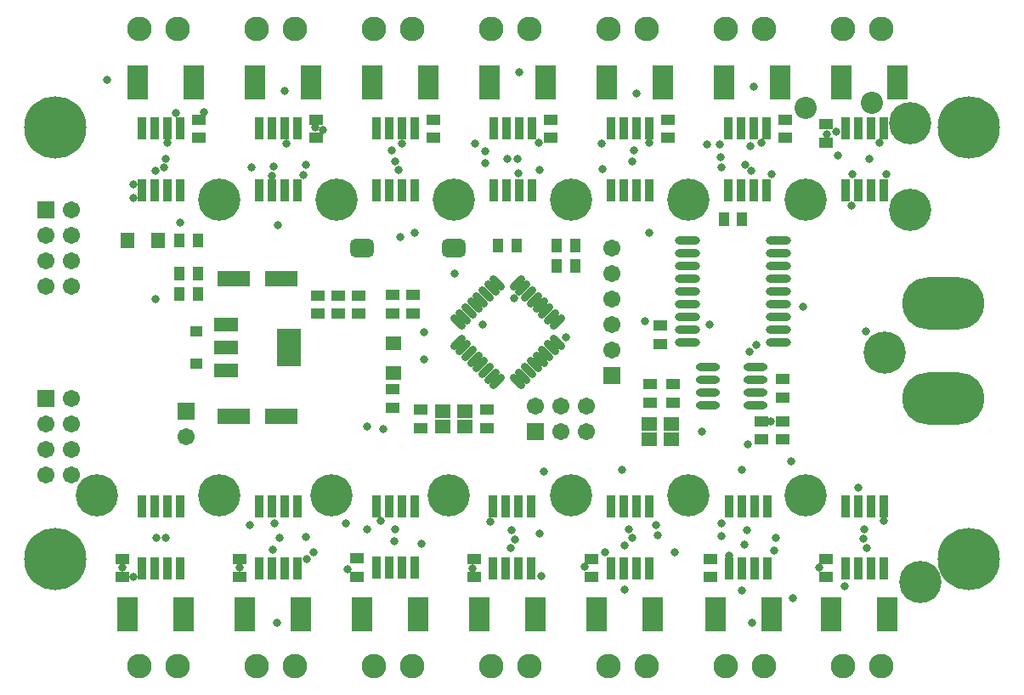
<source format=gts>
G04 Layer_Color=8388736*
%FSLAX25Y25*%
%MOIN*%
G70*
G01*
G75*
%ADD50R,0.03400X0.08800*%
%ADD51R,0.09600X0.05600*%
%ADD52R,0.09461X0.14973*%
%ADD53R,0.06312X0.05524*%
%ADD54R,0.06312X0.05524*%
%ADD55R,0.12611X0.06312*%
%ADD56R,0.03950X0.05524*%
%ADD57R,0.05524X0.03950*%
G04:AMPARAMS|DCode=58|XSize=70.99mil|YSize=94.22mil|CornerRadius=19.75mil|HoleSize=0mil|Usage=FLASHONLY|Rotation=90.000|XOffset=0mil|YOffset=0mil|HoleType=Round|Shape=RoundedRectangle|*
%AMROUNDEDRECTD58*
21,1,0.07099,0.05472,0,0,90.0*
21,1,0.03150,0.09422,0,0,90.0*
1,1,0.03950,0.02736,0.01575*
1,1,0.03950,0.02736,-0.01575*
1,1,0.03950,-0.02736,-0.01575*
1,1,0.03950,-0.02736,0.01575*
%
%ADD58ROUNDEDRECTD58*%
%ADD59O,0.09461X0.03162*%
%ADD60O,0.09855X0.03162*%
%ADD61R,0.05524X0.06312*%
%ADD62R,0.07887X0.13398*%
G04:AMPARAMS|DCode=63|XSize=29.65mil|YSize=72.96mil|CornerRadius=0mil|HoleSize=0mil|Usage=FLASHONLY|Rotation=135.000|XOffset=0mil|YOffset=0mil|HoleType=Round|Shape=Round|*
%AMOVALD63*
21,1,0.04331,0.02965,0.00000,0.00000,225.0*
1,1,0.02965,0.01531,0.01531*
1,1,0.02965,-0.01531,-0.01531*
%
%ADD63OVALD63*%

G04:AMPARAMS|DCode=64|XSize=29.65mil|YSize=72.96mil|CornerRadius=0mil|HoleSize=0mil|Usage=FLASHONLY|Rotation=45.000|XOffset=0mil|YOffset=0mil|HoleType=Round|Shape=Round|*
%AMOVALD64*
21,1,0.04331,0.02965,0.00000,0.00000,135.0*
1,1,0.02965,0.01531,-0.01531*
1,1,0.02965,-0.01531,0.01531*
%
%ADD64OVALD64*%

%ADD65R,0.04540X0.04343*%
%ADD66C,0.09658*%
%ADD67C,0.06706*%
%ADD68R,0.06706X0.06706*%
%ADD69C,0.16548*%
%ADD70C,0.08674*%
%ADD71C,0.24422*%
%ADD72R,0.06706X0.06706*%
%ADD73O,0.32296X0.20485*%
%ADD74C,0.03162*%
D50*
X49476Y199700D02*
D03*
Y223900D02*
D03*
X54476Y199700D02*
D03*
X59476D02*
D03*
X54476Y223900D02*
D03*
X59476D02*
D03*
X64476Y199700D02*
D03*
Y223900D02*
D03*
X95476Y199700D02*
D03*
Y223900D02*
D03*
X100476Y199700D02*
D03*
X105476D02*
D03*
X100476Y223900D02*
D03*
X105476D02*
D03*
X110476Y199700D02*
D03*
Y223900D02*
D03*
X141524Y199700D02*
D03*
Y223900D02*
D03*
X146524Y199700D02*
D03*
X151524D02*
D03*
X146524Y223900D02*
D03*
X151524D02*
D03*
X156524Y199700D02*
D03*
Y223900D02*
D03*
X187524Y199700D02*
D03*
Y223900D02*
D03*
X192524Y199700D02*
D03*
X197524D02*
D03*
X192524Y223900D02*
D03*
X197524D02*
D03*
X202524Y199700D02*
D03*
Y223900D02*
D03*
X233476Y199700D02*
D03*
Y223900D02*
D03*
X238476Y199700D02*
D03*
X243476D02*
D03*
X238476Y223900D02*
D03*
X243476D02*
D03*
X248476Y199700D02*
D03*
Y223900D02*
D03*
X279524Y199700D02*
D03*
Y223900D02*
D03*
X284524Y199700D02*
D03*
X289524D02*
D03*
X284524Y223900D02*
D03*
X289524D02*
D03*
X294524Y199700D02*
D03*
Y223900D02*
D03*
X325524Y199700D02*
D03*
Y223900D02*
D03*
X330524Y199700D02*
D03*
X335524D02*
D03*
X330524Y223900D02*
D03*
X335524D02*
D03*
X340524Y199700D02*
D03*
Y223900D02*
D03*
X64600Y75700D02*
D03*
Y51500D02*
D03*
X59600Y75700D02*
D03*
X54600D02*
D03*
X59600Y51500D02*
D03*
X54600D02*
D03*
X49600Y75700D02*
D03*
Y51500D02*
D03*
X110600Y75700D02*
D03*
Y51500D02*
D03*
X105600Y75700D02*
D03*
X100600D02*
D03*
X105600Y51500D02*
D03*
X100600D02*
D03*
X95600Y75700D02*
D03*
Y51500D02*
D03*
X156500Y75800D02*
D03*
Y51600D02*
D03*
X151500Y75800D02*
D03*
X146500D02*
D03*
X151500Y51600D02*
D03*
X146500D02*
D03*
X141500Y75800D02*
D03*
Y51600D02*
D03*
X202400Y75600D02*
D03*
Y51400D02*
D03*
X197400Y75600D02*
D03*
X192400D02*
D03*
X197400Y51400D02*
D03*
X192400D02*
D03*
X187400Y75600D02*
D03*
Y51400D02*
D03*
X248500Y75700D02*
D03*
Y51500D02*
D03*
X243500Y75700D02*
D03*
X238500D02*
D03*
X243500Y51500D02*
D03*
X238500D02*
D03*
X233500Y75700D02*
D03*
Y51500D02*
D03*
X295000Y75600D02*
D03*
Y51400D02*
D03*
X290000Y75600D02*
D03*
X285000D02*
D03*
X290000Y51400D02*
D03*
X285000D02*
D03*
X280000Y75600D02*
D03*
Y51400D02*
D03*
X340600Y75700D02*
D03*
Y51500D02*
D03*
X335600Y75700D02*
D03*
X330600D02*
D03*
X335600Y51500D02*
D03*
X330600D02*
D03*
X325600Y75700D02*
D03*
Y51500D02*
D03*
D51*
X82800Y147100D02*
D03*
Y128900D02*
D03*
Y138000D02*
D03*
D52*
X107201D02*
D03*
D53*
X167669Y106850D02*
D03*
Y113150D02*
D03*
X176331Y106850D02*
D03*
Y113150D02*
D03*
X248669Y101850D02*
D03*
Y108150D02*
D03*
X257331Y101850D02*
D03*
Y108150D02*
D03*
D54*
X148244Y139725D02*
D03*
Y127913D02*
D03*
D55*
X104449Y111000D02*
D03*
X85551D02*
D03*
X104449Y165000D02*
D03*
X85551D02*
D03*
D56*
X71543Y167000D02*
D03*
X64457D02*
D03*
X71543Y159000D02*
D03*
X64457D02*
D03*
X189457Y178000D02*
D03*
X196543D02*
D03*
X219543D02*
D03*
X212457D02*
D03*
X285043Y188500D02*
D03*
X277957D02*
D03*
X71543Y180000D02*
D03*
X64457D02*
D03*
X212457Y170000D02*
D03*
X219543D02*
D03*
D57*
X148000Y114457D02*
D03*
Y121543D02*
D03*
X156000Y158543D02*
D03*
Y151457D02*
D03*
X148000Y158543D02*
D03*
Y151457D02*
D03*
X185000Y106457D02*
D03*
Y113543D02*
D03*
X159000D02*
D03*
Y106457D02*
D03*
X253000Y139457D02*
D03*
Y146543D02*
D03*
X301000Y101957D02*
D03*
Y109043D02*
D03*
X134638Y151276D02*
D03*
Y158362D02*
D03*
X126638Y151276D02*
D03*
Y158362D02*
D03*
X118638Y151276D02*
D03*
Y158362D02*
D03*
X71976Y220257D02*
D03*
Y227343D02*
D03*
X117976Y220257D02*
D03*
Y227343D02*
D03*
X164024Y220257D02*
D03*
Y227343D02*
D03*
X210024Y220257D02*
D03*
Y227343D02*
D03*
X255976Y220257D02*
D03*
Y227343D02*
D03*
X302024Y220257D02*
D03*
Y227343D02*
D03*
X318000Y218457D02*
D03*
Y225543D02*
D03*
X42100Y55143D02*
D03*
Y48057D02*
D03*
X88100Y55143D02*
D03*
Y48057D02*
D03*
X134000Y55243D02*
D03*
Y48157D02*
D03*
X179900Y55043D02*
D03*
Y47957D02*
D03*
X226000Y55143D02*
D03*
Y48057D02*
D03*
X272500Y55043D02*
D03*
Y47957D02*
D03*
X318100Y55143D02*
D03*
Y48057D02*
D03*
X301000Y125543D02*
D03*
Y118457D02*
D03*
X258000Y123543D02*
D03*
Y116457D02*
D03*
X249000Y123543D02*
D03*
Y116457D02*
D03*
X292500Y101957D02*
D03*
Y109043D02*
D03*
D58*
X172091Y177000D02*
D03*
X135909D02*
D03*
D59*
X271551Y130500D02*
D03*
Y125500D02*
D03*
Y120500D02*
D03*
Y115500D02*
D03*
X290449Y130500D02*
D03*
Y125500D02*
D03*
Y120500D02*
D03*
Y115500D02*
D03*
D60*
X299413Y140000D02*
D03*
Y145000D02*
D03*
Y150000D02*
D03*
Y155000D02*
D03*
Y160000D02*
D03*
Y165000D02*
D03*
Y170000D02*
D03*
Y175000D02*
D03*
Y180000D02*
D03*
X263587Y140000D02*
D03*
Y145000D02*
D03*
Y150000D02*
D03*
Y155000D02*
D03*
Y160000D02*
D03*
Y165000D02*
D03*
Y170000D02*
D03*
Y175000D02*
D03*
Y180000D02*
D03*
D61*
X44094D02*
D03*
X55906D02*
D03*
D62*
X47952Y242000D02*
D03*
X70000D02*
D03*
X93952D02*
D03*
X116000D02*
D03*
X140000D02*
D03*
X162048D02*
D03*
X186000D02*
D03*
X208048D02*
D03*
X231952D02*
D03*
X254000D02*
D03*
X278000D02*
D03*
X300048D02*
D03*
X324000D02*
D03*
X346048D02*
D03*
X66124Y33400D02*
D03*
X44076D02*
D03*
X112124D02*
D03*
X90076D02*
D03*
X158024Y33500D02*
D03*
X135976D02*
D03*
X203924Y33300D02*
D03*
X181876D02*
D03*
X250024Y33400D02*
D03*
X227976D02*
D03*
X296524Y33300D02*
D03*
X274476D02*
D03*
X342124Y33400D02*
D03*
X320076D02*
D03*
D63*
X173513Y140103D02*
D03*
X175740Y137875D02*
D03*
X177967Y135648D02*
D03*
X180194Y133421D02*
D03*
X182421Y131194D02*
D03*
X184648Y128967D02*
D03*
X186875Y126740D02*
D03*
X189103Y124513D02*
D03*
X212487Y147897D02*
D03*
X210260Y150125D02*
D03*
X208033Y152352D02*
D03*
X205806Y154579D02*
D03*
X203579Y156806D02*
D03*
X201352Y159033D02*
D03*
X199125Y161260D02*
D03*
X196897Y163487D02*
D03*
D64*
Y124513D02*
D03*
X199125Y126740D02*
D03*
X201352Y128967D02*
D03*
X203579Y131194D02*
D03*
X205806Y133421D02*
D03*
X208033Y135648D02*
D03*
X210260Y137875D02*
D03*
X212487Y140103D02*
D03*
X189103Y163487D02*
D03*
X186875Y161260D02*
D03*
X184648Y159033D02*
D03*
X182421Y156806D02*
D03*
X180194Y154579D02*
D03*
X177967Y152352D02*
D03*
X175740Y150125D02*
D03*
X173513Y147897D02*
D03*
D65*
X71000Y131799D02*
D03*
Y144201D02*
D03*
D66*
X63500Y13000D02*
D03*
X48500D02*
D03*
X109500D02*
D03*
X94500D02*
D03*
X155500D02*
D03*
X140500D02*
D03*
X201500D02*
D03*
X186500D02*
D03*
X247500D02*
D03*
X232500D02*
D03*
X293500D02*
D03*
X278500D02*
D03*
X339500D02*
D03*
X324500D02*
D03*
Y263000D02*
D03*
X339500D02*
D03*
X278500D02*
D03*
X293500D02*
D03*
X232500D02*
D03*
X247500D02*
D03*
X186500D02*
D03*
X201500D02*
D03*
X140500D02*
D03*
X155500D02*
D03*
X94500D02*
D03*
X109500D02*
D03*
X48500D02*
D03*
X63500D02*
D03*
D67*
X224000Y115000D02*
D03*
Y105000D02*
D03*
X214000Y115000D02*
D03*
Y105000D02*
D03*
X204000Y115000D02*
D03*
X234000Y177000D02*
D03*
Y167000D02*
D03*
Y157000D02*
D03*
Y147000D02*
D03*
Y137000D02*
D03*
X22000Y192000D02*
D03*
X12000Y182000D02*
D03*
X22000D02*
D03*
X12000Y172000D02*
D03*
X22000D02*
D03*
X12000Y162000D02*
D03*
X22000D02*
D03*
Y118000D02*
D03*
X12000Y108000D02*
D03*
X22000D02*
D03*
X12000Y98000D02*
D03*
X22000D02*
D03*
X12000Y88000D02*
D03*
X22000D02*
D03*
X67000Y103000D02*
D03*
D68*
X204000Y105000D02*
D03*
D69*
X32000Y80000D02*
D03*
X80000D02*
D03*
X124000D02*
D03*
X170000D02*
D03*
X80000Y196000D02*
D03*
X126000D02*
D03*
X172000D02*
D03*
X218000Y80000D02*
D03*
X264000D02*
D03*
X310000D02*
D03*
X218000Y196000D02*
D03*
X264000D02*
D03*
X310000D02*
D03*
X355002Y45974D02*
D03*
X341002Y135974D02*
D03*
X351002Y191974D02*
D03*
Y225974D02*
D03*
D70*
X310000Y232000D02*
D03*
X336000Y234000D02*
D03*
D71*
X374016Y224409D02*
D03*
X15748Y55118D02*
D03*
Y224409D02*
D03*
X374016Y55118D02*
D03*
D72*
X234000Y127000D02*
D03*
X12000Y192000D02*
D03*
Y118000D02*
D03*
X67000Y113000D02*
D03*
D73*
X364000Y155402D02*
D03*
Y118000D02*
D03*
D74*
X328063Y193739D02*
D03*
X288301Y216877D02*
D03*
X288563Y207200D02*
D03*
X130263Y51000D02*
D03*
X239000Y43000D02*
D03*
X238000Y90000D02*
D03*
X284894D02*
D03*
X277000Y69000D02*
D03*
X286000Y60780D02*
D03*
X138000Y107000D02*
D03*
X144263Y106177D02*
D03*
X332713Y63000D02*
D03*
X333963Y59477D02*
D03*
X285000Y42577D02*
D03*
X280000Y56377D02*
D03*
X308863Y153877D02*
D03*
X289563Y240477D02*
D03*
X36000Y243000D02*
D03*
X116863Y57577D02*
D03*
X287383Y99977D02*
D03*
X195763Y157477D02*
D03*
X92563Y208677D02*
D03*
X113063Y205677D02*
D03*
X330600Y82877D02*
D03*
X46363Y196677D02*
D03*
X129763Y69177D02*
D03*
X114263Y55077D02*
D03*
X207163Y89377D02*
D03*
X205563Y65100D02*
D03*
X186263Y69777D02*
D03*
X206163Y48477D02*
D03*
X328263Y205977D02*
D03*
X240563Y66600D02*
D03*
X148963Y211177D02*
D03*
X156524Y183077D02*
D03*
X248476D02*
D03*
X340600Y69877D02*
D03*
X59063Y63277D02*
D03*
X230463Y208077D02*
D03*
X196963Y212000D02*
D03*
X147663Y215200D02*
D03*
X101063Y58577D02*
D03*
X239063Y60200D02*
D03*
X243476Y237664D02*
D03*
X151524Y217939D02*
D03*
X242763Y215200D02*
D03*
X205363Y218277D02*
D03*
X180263Y218177D02*
D03*
X296363Y109043D02*
D03*
X315363Y51577D02*
D03*
X46420Y48057D02*
D03*
X287913Y136227D02*
D03*
X63070Y229884D02*
D03*
X183141Y147177D02*
D03*
X46363Y202177D02*
D03*
X64476Y186977D02*
D03*
X151063Y181477D02*
D03*
X276863Y208677D02*
D03*
X113863Y209577D02*
D03*
X103063Y186177D02*
D03*
X184363Y215177D02*
D03*
X160363Y144177D02*
D03*
X160263Y133277D02*
D03*
X276963Y64077D02*
D03*
X195963Y62598D02*
D03*
X148963Y66577D02*
D03*
X58963Y212177D02*
D03*
X58363Y208577D02*
D03*
X272263Y146977D02*
D03*
X258663Y57677D02*
D03*
X271163Y217777D02*
D03*
X269463Y105177D02*
D03*
X290763Y139077D02*
D03*
X92063Y68277D02*
D03*
X197263Y206238D02*
D03*
X179163Y51400D02*
D03*
X247063Y148477D02*
D03*
X216093Y142177D02*
D03*
X223363Y52077D02*
D03*
X103765Y63400D02*
D03*
X101486Y69077D02*
D03*
X148563Y61900D02*
D03*
X241949Y63400D02*
D03*
X143163Y69977D02*
D03*
X138063Y66700D02*
D03*
X297740Y58377D02*
D03*
X304263Y93277D02*
D03*
X286863Y66500D02*
D03*
X73963Y230489D02*
D03*
X286283Y209798D02*
D03*
X276140Y217777D02*
D03*
X106263Y217926D02*
D03*
X230121Y218077D02*
D03*
X248476Y218277D02*
D03*
X59476Y218377D02*
D03*
X184363Y210277D02*
D03*
X205763Y207577D02*
D03*
X150263Y207672D02*
D03*
X101263Y209177D02*
D03*
X276663Y212777D02*
D03*
X120663Y223277D02*
D03*
X117663Y224277D02*
D03*
X88063Y51777D02*
D03*
X241863Y211077D02*
D03*
X172263Y166964D02*
D03*
X100476Y205299D02*
D03*
X55063Y157177D02*
D03*
X334963Y212000D02*
D03*
X159163Y60877D02*
D03*
X194298Y59235D02*
D03*
X251963Y64477D02*
D03*
X332963Y66577D02*
D03*
X292563Y218477D02*
D03*
X251263Y68477D02*
D03*
X193063Y212000D02*
D03*
X325363Y44277D02*
D03*
X305063Y39577D02*
D03*
X194563Y66400D02*
D03*
X296663Y205977D02*
D03*
X55063Y207200D02*
D03*
X322763Y213277D02*
D03*
X341663Y205977D02*
D03*
X55323Y63400D02*
D03*
X114063Y63577D02*
D03*
X298363Y63500D02*
D03*
X231186Y57677D02*
D03*
X105476Y238777D02*
D03*
X333763Y144237D02*
D03*
X42063Y51677D02*
D03*
X321963Y222777D02*
D03*
X338863Y218377D02*
D03*
X318363Y221577D02*
D03*
X102570Y29977D02*
D03*
X197563Y245977D02*
D03*
X289000Y30000D02*
D03*
M02*

</source>
